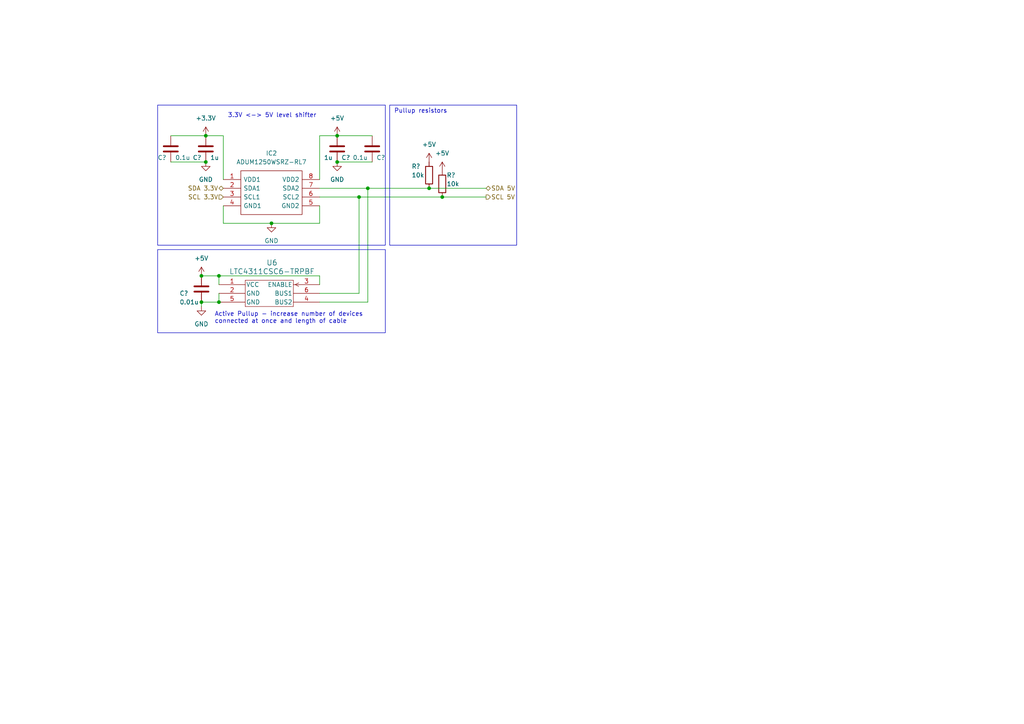
<source format=kicad_sch>
(kicad_sch (version 20230121) (generator eeschema)
  (paper "A4")
  (lib_symbols
    (symbol "Device:C" (pin_numbers hide) (pin_names (offset 0.254))
      (property "Reference" "C" (at 0.635 2.54 0))
      (property "Value" "C" (at 0.635 -2.54 0))
      (symbol "C_0_1"
        (polyline (pts (xy -2.032 -0.762) (xy 2.032 -0.762)) (stroke (width 0.508)))
        (polyline (pts (xy -2.032 0.762) (xy 2.032 0.762)) (stroke (width 0.508)))
      )
      (symbol "C_1_1"
        (pin passive line (at 0 3.81 270) (length 2.794) (name "~") (number "1"))
        (pin passive line (at 0 -3.81 90) (length 2.794) (name "~") (number "2"))
      )
    )
    (symbol "Device:R" (pin_numbers hide) (pin_names (offset 0))
      (property "Reference" "R" (at 2.032 0 90))
      (property "Value" "R" (at 0 0 90))
      (symbol "R_0_1"
        (rectangle (start -1.016 -2.54) (end 1.016 2.54) (stroke (width 0.254)))
      )
      (symbol "R_1_1"
        (pin passive line (at 0 3.81 270) (length 1.27) (name "~") (number "1"))
        (pin passive line (at 0 -3.81 90) (length 1.27) (name "~") (number "2"))
      )
    )
    (symbol "LTC4311CSC6#TRPBF:LTC4311CSC6-TRPBF" (pin_names (offset 0.254))
      (property "Reference" "U" (at 0 8.89 0))
      (property "Value" "LTC4311CSC6-TRPBF" (at 0 6.35 0))
      (symbol "LTC4311CSC6-TRPBF_0_1"
        (polyline (pts (xy -6.35 -3.81) (xy 7.62 -3.81)) (stroke (width 0.127)))
        (polyline (pts (xy -6.35 3.81) (xy -6.35 -3.81)) (stroke (width 0.127)))
        (polyline (pts (xy 7.62 -3.81) (xy 7.62 3.81)) (stroke (width 0.127)))
        (polyline (pts (xy 7.62 3.81) (xy -6.35 3.81)) (stroke (width 0.127)))
        (polyline (pts (xy 8.1407 2.54) (xy 9.1821 2.0193)) (stroke (width 0.127)))
        (polyline (pts (xy 8.1407 2.54) (xy 9.1821 3.0607)) (stroke (width 0.127)))
        (pin power_in line (at -13.97 2.54 0) (length 7.62) (name "VCC") (number "1"))
        (pin power_in line (at -13.97 0 0) (length 7.62) (name "GND") (number "2"))
        (pin input line (at 15.24 2.54 180) (length 7.62) (name "ENABLE") (number "3"))
        (pin power_in line (at -13.97 -2.54 0) (length 7.62) (name "GND") (number "5"))
      )
      (symbol "LTC4311CSC6-TRPBF_1_1"
        (pin bidirectional line (at 15.24 -2.54 180) (length 7.62) (name "BUS2") (number "4"))
        (pin bidirectional line (at 15.24 0 180) (length 7.62) (name "BUS1") (number "6"))
      )
    )
    (symbol "analog_devices:ADUM1250WSRZ-RL7" (pin_names (offset 0.762))
      (property "Reference" "IC" (at 10.16 11.43 0))
      (property "Value" "ADUM1250WSRZ-RL7" (at 10.16 8.89 0))
      (symbol "ADUM1250WSRZ-RL7_0_0"
        (pin passive line (at -13.97 3.81 0) (length 5.08) (name "VDD1") (number "1"))
        (pin passive line (at -13.97 1.27 0) (length 5.08) (name "SDA1") (number "2"))
        (pin passive line (at -13.97 -1.27 0) (length 5.08) (name "SCL1") (number "3"))
        (pin passive line (at -13.97 -3.81 0) (length 5.08) (name "GND1") (number "4"))
        (pin passive line (at 13.97 -3.81 180) (length 5.08) (name "GND2") (number "5"))
        (pin passive line (at 13.97 -1.27 180) (length 5.08) (name "SCL2") (number "6"))
        (pin passive line (at 13.97 1.27 180) (length 5.08) (name "SDA2") (number "7"))
        (pin passive line (at 13.97 3.81 180) (length 5.08) (name "VDD2") (number "8"))
      )
      (symbol "ADUM1250WSRZ-RL7_0_1"
        (polyline (pts (xy -8.89 6.35) (xy 8.89 6.35) (xy 8.89 -6.35) (xy -8.89 -6.35) (xy -8.89 6.35)) (stroke (width 0.1524)))
      )
    )
    (symbol "power:+3.3V" (power) (pin_names (offset 0))
      (property "Value" "+3.3V" (at 0 3.556 0))
      (symbol "+3.3V_0_1"
        (polyline (pts (xy -0.762 1.27) (xy 0 2.54)))
        (polyline (pts (xy 0 0) (xy 0 2.54)))
        (polyline (pts (xy 0 2.54) (xy 0.762 1.27)))
      )
      (symbol "+3.3V_1_1"
        (pin power_in line (at 0 0 90) (length 0) hide (name "+3.3V") (number "1"))
      )
    )
    (symbol "power:+5V" (power) (pin_names (offset 0))
      (property "Value" "+5V" (at 0 3.556 0))
      (symbol "+5V_0_1"
        (polyline (pts (xy -0.762 1.27) (xy 0 2.54)))
        (polyline (pts (xy 0 0) (xy 0 2.54)))
        (polyline (pts (xy 0 2.54) (xy 0.762 1.27)))
      )
      (symbol "+5V_1_1"
        (pin power_in line (at 0 0 90) (length 0) hide (name "+5V") (number "1"))
      )
    )
    (symbol "power:GND" (power) (pin_names (offset 0))
      (property "Value" "GND" (at 0 -3.81 0))
      (symbol "GND_0_1"
        (polyline (pts (xy 0 0) (xy 0 -1.27) (xy 1.27 -1.27) (xy 0 -2.54) (xy -1.27 -1.27) (xy 0 -1.27)))
      )
      (symbol "GND_1_1"
        (pin power_in line (at 0 0 270) (length 0) hide (name "GND") (number "1"))
      )
    )
  )
  (junction (at 106.68 54.61))
  (junction (at 97.79 46.99))
  (junction (at 63.5 87.63))
  (junction (at 104.14 57.15))
  (junction (at 58.42 87.63))
  (junction (at 128.27 57.15))
  (junction (at 59.69 46.99))
  (junction (at 63.5 80.01))
  (junction (at 124.46 54.61))
  (junction (at 78.74 64.77))
  (junction (at 58.42 80.01))
  (junction (at 59.69 39.37))
  (junction (at 97.79 39.37))
  (wire (pts (xy 64.77 39.37) (xy 59.69 39.37)))
  (wire (pts (xy 49.53 39.37) (xy 59.69 39.37)))
  (wire (pts (xy 92.71 64.77) (xy 92.71 59.69)))
  (wire (pts (xy 107.95 46.99) (xy 97.79 46.99)))
  (wire (pts (xy 64.77 59.69) (xy 64.77 64.77)))
  (wire (pts (xy 104.14 57.15) (xy 128.27 57.15)))
  (wire (pts (xy 106.68 87.63) (xy 92.71 87.63)))
  (wire (pts (xy 106.68 54.61) (xy 106.68 87.63)))
  (wire (pts (xy 104.14 85.09) (xy 104.14 57.15)))
  (wire (pts (xy 92.71 80.01) (xy 63.5 80.01)))
  (wire (pts (xy 78.74 64.77) (xy 92.71 64.77)))
  (wire (pts (xy 58.42 87.63) (xy 63.5 87.63)))
  (wire (pts (xy 128.27 57.15) (xy 140.97 57.15)))
  (wire (pts (xy 106.68 54.61) (xy 124.46 54.61)))
  (wire (pts (xy 92.71 85.09) (xy 104.14 85.09)))
  (wire (pts (xy 124.46 54.61) (xy 140.97 54.61)))
  (wire (pts (xy 92.71 54.61) (xy 106.68 54.61)))
  (wire (pts (xy 92.71 82.55) (xy 92.71 80.01)))
  (wire (pts (xy 49.53 46.99) (xy 59.69 46.99)))
  (wire (pts (xy 107.95 39.37) (xy 97.79 39.37)))
  (wire (pts (xy 58.42 87.63) (xy 58.42 88.9)))
  (wire (pts (xy 92.71 39.37) (xy 92.71 52.07)))
  (wire (pts (xy 58.42 80.01) (xy 63.5 80.01)))
  (wire (pts (xy 64.77 52.07) (xy 64.77 39.37)))
  (wire (pts (xy 104.14 57.15) (xy 92.71 57.15)))
  (wire (pts (xy 97.79 39.37) (xy 92.71 39.37)))
  (wire (pts (xy 63.5 85.09) (xy 63.5 87.63)))
  (wire (pts (xy 64.77 64.77) (xy 78.74 64.77)))
  (wire (pts (xy 63.5 80.01) (xy 63.5 82.55)))
  (rectangle (start 45.72 72.39) (end 111.76 96.52))
  (rectangle (start 113.03 30.48) (end 149.86 71.12))
  (rectangle (start 45.72 30.48) (end 111.76 71.12))
  (text "Pullup resistors" (at 114.3 33.02 0) (effects (font (size 1.27 1.27)) (justify left bottom)))
  (text "Active Pullup - increase number of devices \nconnected at once and length of cable" (at 62.23 93.98 0) (effects (font (size 1.27 1.27)) (justify left bottom)))
  (text "3.3V <-> 5V level shifter" (at 66.04 34.29 0) (effects (font (size 1.27 1.27)) (justify left bottom)))
  (hierarchical_label "SCL 3.3V" (shape input) (at 64.77 57.15 180))
  (hierarchical_label "SDA 3.3V" (shape bidirectional) (at 64.77 54.61 180))
  (hierarchical_label "SDA 5V" (shape bidirectional) (at 140.97 54.61 0))
  (hierarchical_label "SCL 5V" (shape output) (at 140.97 57.15 0))
  (symbol (lib_id "Device:C") (at 58.42 83.82 0) (unit 1)
    (property "Reference" "C?" (at 52.07 85.09 0) (effects (justify left)))
    (property "Value" "0.01u" (at 52.07 87.63 0) (effects (justify left)))
    (property "Footprint" "Capacitor_SMD:C_0603_1608Metric" (effects hide))
    (instances (project "fluidics-v2" (path "" (reference "C?") (unit 1)) (path "" (reference "C?") (unit 1)) (path "" (reference "C6") (unit 1))))
  )
  (symbol (lib_id "power:+5V") (at 97.79 39.37 0) (unit 1)
    (property "Reference" "#PWR091" (effects hide))
    (property "Value" "+5V" (at 97.79 34.29 0))
  )
  (symbol (lib_id "power:GND") (at 59.69 46.99 0) (unit 1)
    (property "Reference" "#PWR089" (effects hide))
    (property "Value" "GND" (at 59.69 52.07 0))
  )
  (symbol (lib_id "analog_devices:ADUM1250WSRZ-RL7") (at 78.74 55.88 0) (unit 1)
    (property "Reference" "IC2" (at 78.74 44.45 0))
    (property "Value" "ADUM1250WSRZ-RL7" (at 78.74 46.99 0))
    (property "Footprint" "analog_devices:SOIC127P600X175-8N" (effects hide))
    (property "Datasheet" "http://componentsearchengine.com/Datasheets/1/ADUM1250WSRZ-RL7.pdf" (effects hide))
    (property "Description" "Hot Swappable, Dual I2C Isolators" (effects hide))
    (property "Height" "1.75" (effects hide))
    (property "Manufacturer_Name" "Analog Devices" (effects hide))
    (property "Manufacturer_Part_Number" "ADUM1250WSRZ-RL7" (effects hide))
    (property "Mouser Part Number" "584-ADUM1250WSRZ-RL7" (effects hide))
    (property "Mouser Price/Stock" "https://www.mouser.co.uk/ProductDetail/Analog-Devices/ADUM1250WSRZ-RL7/?qs=sMtB33eOQTJRIOs0CE6oyQ%3D%3D" (effects hide))
    (property "Arrow Part Number" "ADUM1250WSRZ-RL7" (effects hide))
    (property "Arrow Price/Stock" "https://www.arrow.com/en/products/adum1250wsrz-rl7/analog-devices" (effects hide))
  )
  (symbol (lib_id "Device:C") (at 49.53 43.18 0) (unit 1)
    (property "Reference" "C?" (at 45.72 45.72 0) (effects (justify left)))
    (property "Value" "0.1u" (at 50.8 45.72 0) (effects (justify left)))
    (property "Footprint" "Capacitor_SMD:C_0603_1608Metric" (effects hide))
    (instances (project "fluidics-v2" (path "" (reference "C?") (unit 1)) (path "" (reference "C5") (unit 1))))
  )
  (symbol (lib_id "Device:R") (at 128.27 53.34 0) (unit 1)
    (property "Reference" "R?" (at 129.54 50.8 0) (effects (justify left)))
    (property "Value" "10k" (at 129.54 53.34 0) (effects (justify left)))
    (property "Footprint" "Resistor_SMD:R_0402_1005Metric" (effects hide))
    (instances (project "fluidics-v2" (path "" (reference "R?") (unit 1)) (path "" (reference "R23") (unit 1))))
  )
  (symbol (lib_id "power:+5V") (at 124.46 46.99 0) (unit 1)
    (property "Reference" "#PWR093" (effects hide))
    (property "Value" "+5V" (at 124.46 41.91 0))
  )
  (symbol (lib_id "power:GND") (at 97.79 46.99 0) (mirror y) (unit 1)
    (property "Reference" "#PWR092" (effects hide))
    (property "Value" "GND" (at 97.79 52.07 0))
  )
  (symbol (lib_id "power:+3.3V") (at 59.69 39.37 0) (unit 1)
    (property "Reference" "#PWR088" (effects hide))
    (property "Value" "+3.3V" (at 59.69 34.29 0))
  )
  (symbol (lib_id "Device:C") (at 59.69 43.18 0) (unit 1)
    (property "Reference" "C?" (at 55.88 45.72 0) (effects (justify left)))
    (property "Value" "1u" (at 60.96 45.72 0) (effects (justify left)))
    (property "Footprint" "Capacitor_SMD:C_0805_2012Metric" (effects hide))
    (instances (project "fluidics-v2" (path "" (reference "C?") (unit 1)) (path "" (reference "C7") (unit 1))))
  )
  (symbol (lib_id "power:+5V") (at 128.27 49.53 0) (unit 1)
    (property "Reference" "#PWR094" (effects hide))
    (property "Value" "+5V" (at 128.27 44.45 0))
  )
  (symbol (lib_id "power:+5V") (at 58.42 80.01 0) (unit 1)
    (property "Reference" "#PWR086" (effects hide))
    (property "Value" "+5V" (at 58.42 74.93 0))
  )
  (symbol (lib_id "Device:C") (at 97.79 43.18 0) (mirror y) (unit 1)
    (property "Reference" "C?" (at 101.6 45.72 0) (effects (justify left)))
    (property "Value" "1u" (at 96.52 45.72 0) (effects (justify left)))
    (property "Footprint" "Capacitor_SMD:C_0805_2012Metric" (effects hide))
    (instances (project "fluidics-v2" (path "" (reference "C?") (unit 1)) (path "" (reference "C8") (unit 1))))
  )
  (symbol (lib_id "Device:R") (at 124.46 50.8 0) (unit 1)
    (property "Reference" "R?" (at 119.38 48.26 0) (effects (justify left)))
    (property "Value" "10k" (at 119.38 50.8 0) (effects (justify left)))
    (property "Footprint" "Resistor_SMD:R_0402_1005Metric" (effects hide))
    (instances (project "fluidics-v2" (path "" (reference "R?") (unit 1)) (path "" (reference "R22") (unit 1))))
  )
  (symbol (lib_id "power:GND") (at 58.42 88.9 0) (unit 1)
    (property "Reference" "#PWR087" (effects hide))
    (property "Value" "GND" (at 58.42 93.98 0))
  )
  (symbol (lib_id "power:GND") (at 78.74 64.77 0) (unit 1)
    (property "Reference" "#PWR090" (effects hide))
    (property "Value" "GND" (at 78.74 69.85 0))
  )
  (symbol (lib_id "LTC4311CSC6#TRPBF:LTC4311CSC6-TRPBF") (at 77.47 85.09 0) (unit 1)
    (property "Reference" "U6" (at 78.886 76.2 0) (effects (font (size 1.524 1.524))))
    (property "Value" "LTC4311CSC6-TRPBF" (at 78.886 78.74 0) (effects (font (size 1.524 1.524))))
    (property "Footprint" "LTC:SOT-6_SC_LIT-L" (effects hide))
    (property "Datasheet" "LTC4311CSC6-TRPBF" (effects hide))
  )
  (symbol (lib_id "Device:C") (at 107.95 43.18 0) (mirror y) (unit 1)
    (property "Reference" "C?" (at 111.76 45.72 0) (effects (justify left)))
    (property "Value" "0.1u" (at 106.68 45.72 0) (effects (justify left)))
    (property "Footprint" "Capacitor_SMD:C_0603_1608Metric" (effects hide))
    (instances (project "fluidics-v2" (path "" (reference "C?") (unit 1)) (path "" (reference "C9") (unit 1))))
  )
)
</source>
